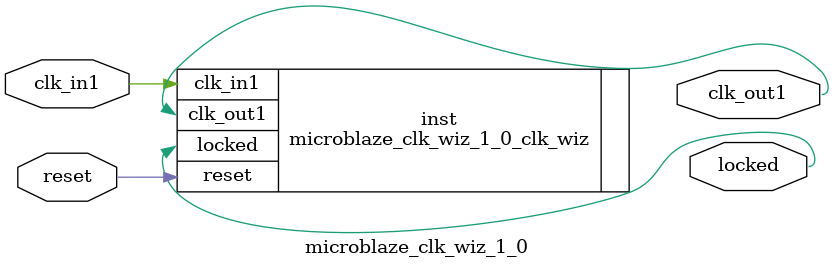
<source format=v>


`timescale 1ps/1ps

(* CORE_GENERATION_INFO = "microblaze_clk_wiz_1_0,clk_wiz_v6_0_2_0_0,{component_name=microblaze_clk_wiz_1_0,use_phase_alignment=true,use_min_o_jitter=false,use_max_i_jitter=false,use_dyn_phase_shift=false,use_inclk_switchover=false,use_dyn_reconfig=false,enable_axi=0,feedback_source=FDBK_AUTO,PRIMITIVE=MMCM,num_out_clk=1,clkin1_period=10.000,clkin2_period=10.000,use_power_down=false,use_reset=true,use_locked=true,use_inclk_stopped=false,feedback_type=SINGLE,CLOCK_MGR_TYPE=NA,manual_override=false}" *)

module microblaze_clk_wiz_1_0 
 (
  // Clock out ports
  output        clk_out1,
  // Status and control signals
  input         reset,
  output        locked,
 // Clock in ports
  input         clk_in1
 );

  microblaze_clk_wiz_1_0_clk_wiz inst
  (
  // Clock out ports  
  .clk_out1(clk_out1),
  // Status and control signals               
  .reset(reset), 
  .locked(locked),
 // Clock in ports
  .clk_in1(clk_in1)
  );

endmodule

</source>
